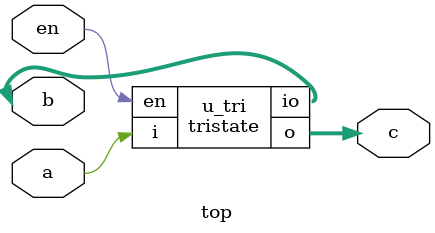
<source format=v>
module tristate (en, i, io, o);
    input en;
    input i;
    inout [1:0] io;
    output [1:0] o;

    reg [1:0] io_buf;
    assign io = io_buf;
    always @(en or i)
		io_buf[0] <= (en)? i : 1'bZ;

    always @(en or i)
		io_buf[1] <= (i)? en : 1'bZ;

    assign o = (en)? io : 2'bZZ;
endmodule


module top (
input en,
input a,
inout [1:0] b,
output [1:0] c
);

tristate u_tri (
        .en (en ),
        .i (a ),
        .io (b ),
        .o (c )
    );

endmodule

</source>
